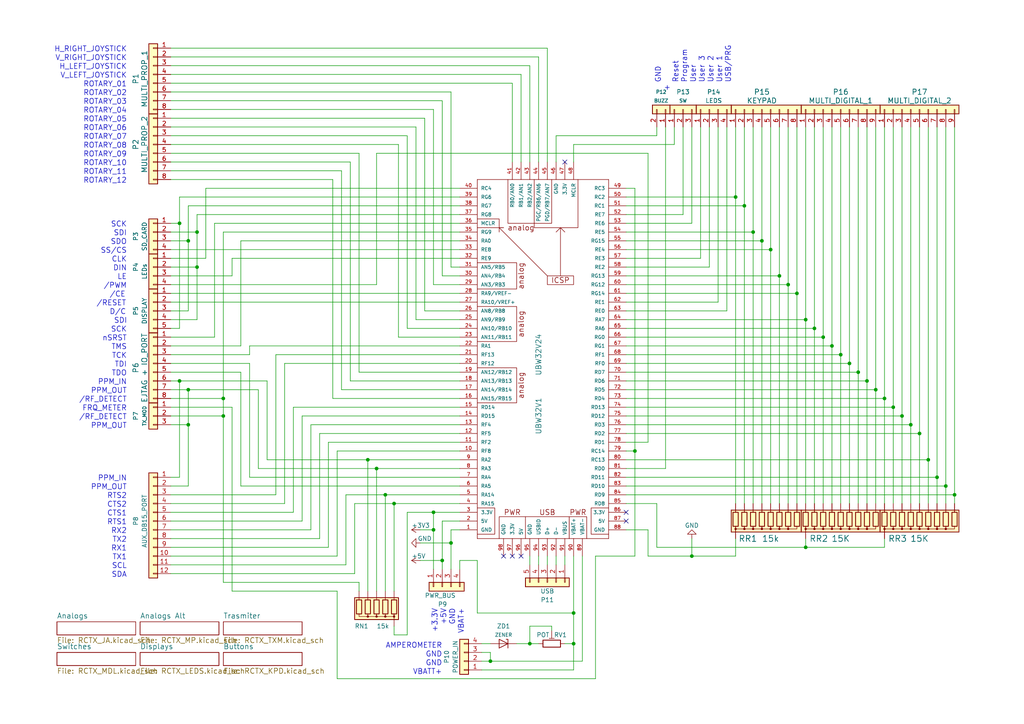
<source format=kicad_sch>
(kicad_sch (version 20230121) (generator eeschema)
  (paper "A4")
  (title_block (title "Remote Control Transmitter") (date "2020-04-15"))
  (lib_symbols
    (symbol "RCTX-rescue:+3.3V-power" (power) (pin_names (offset 0))
      (property "Value" "+3.3V-power" (at 0 3.556 0))
      (symbol "+3.3V-power_1_1"
        (pin power_in line (at 0 0 90) (length 0) hide (name "+3V3") (number "1"))
      )
    )
    (symbol "RCTX-rescue:+5V-power" (power) (pin_names (offset 0))
      (property "Value" "+5V-power" (at 0 3.556 0))
      (symbol "+5V-power_1_1"
        (pin power_in line (at 0 0 90) (length 0) hide (name "+5V") (number "1"))
      )
    )
    (symbol "RCTX-rescue:Conn_01x02-conn" (pin_names (offset 1.016) hide)
      (property "Reference" "J" (at 0 2.54 0))
      (property "Value" "Conn_01x02-conn" (at 0 -5.08 0))
      (symbol "Conn_01x02-conn_1_1"
        (pin passive line (at -5.08 0 0) (length 3.81) (name "Pin_1") (number "1"))
        (pin passive line (at -5.08 -2.54 0) (length 3.81) (name "Pin_2") (number "2"))
      )
    )
    (symbol "RCTX-rescue:Conn_01x03-conn" (pin_names (offset 1.016) hide)
      (property "Reference" "J" (at 0 5.08 0))
      (property "Value" "Conn_01x03-conn" (at 0 -5.08 0))
      (symbol "Conn_01x03-conn_1_1"
        (pin passive line (at -5.08 2.54 0) (length 3.81) (name "Pin_1") (number "1"))
        (pin passive line (at -5.08 0 0) (length 3.81) (name "Pin_2") (number "2"))
        (pin passive line (at -5.08 -2.54 0) (length 3.81) (name "Pin_3") (number "3"))
      )
    )
    (symbol "RCTX-rescue:Conn_01x04-conn" (pin_names (offset 1.016) hide)
      (property "Reference" "J" (at 0 5.08 0))
      (property "Value" "Conn_01x04-conn" (at 0 -7.62 0))
      (symbol "Conn_01x04-conn_1_1"
        (pin passive line (at -5.08 2.54 0) (length 3.81) (name "Pin_1") (number "1"))
        (pin passive line (at -5.08 0 0) (length 3.81) (name "Pin_2") (number "2"))
        (pin passive line (at -5.08 -2.54 0) (length 3.81) (name "Pin_3") (number "3"))
        (pin passive line (at -5.08 -5.08 0) (length 3.81) (name "Pin_4") (number "4"))
      )
    )
    (symbol "RCTX-rescue:Conn_01x05-conn" (pin_names (offset 1.016) hide)
      (property "Reference" "J" (at 0 7.62 0))
      (property "Value" "Conn_01x05-conn" (at 0 -7.62 0))
      (symbol "Conn_01x05-conn_1_1"
        (pin passive line (at -5.08 5.08 0) (length 3.81) (name "Pin_1") (number "1"))
        (pin passive line (at -5.08 2.54 0) (length 3.81) (name "Pin_2") (number "2"))
        (pin passive line (at -5.08 0 0) (length 3.81) (name "Pin_3") (number "3"))
        (pin passive line (at -5.08 -2.54 0) (length 3.81) (name "Pin_4") (number "4"))
        (pin passive line (at -5.08 -5.08 0) (length 3.81) (name "Pin_5") (number "5"))
      )
    )
    (symbol "RCTX-rescue:Conn_01x08-conn" (pin_names (offset 1.016) hide)
      (property "Reference" "J" (at 0 10.16 0))
      (property "Value" "Conn_01x08-conn" (at 0 -12.7 0))
      (symbol "Conn_01x08-conn_1_1"
        (pin passive line (at -5.08 7.62 0) (length 3.81) (name "Pin_1") (number "1"))
        (pin passive line (at -5.08 5.08 0) (length 3.81) (name "Pin_2") (number "2"))
        (pin passive line (at -5.08 2.54 0) (length 3.81) (name "Pin_3") (number "3"))
        (pin passive line (at -5.08 0 0) (length 3.81) (name "Pin_4") (number "4"))
        (pin passive line (at -5.08 -2.54 0) (length 3.81) (name "Pin_5") (number "5"))
        (pin passive line (at -5.08 -5.08 0) (length 3.81) (name "Pin_6") (number "6"))
        (pin passive line (at -5.08 -7.62 0) (length 3.81) (name "Pin_7") (number "7"))
        (pin passive line (at -5.08 -10.16 0) (length 3.81) (name "Pin_8") (number "8"))
      )
    )
    (symbol "RCTX-rescue:Conn_01x09-conn" (pin_names (offset 1.016) hide)
      (property "Reference" "J" (at 0 12.7 0))
      (property "Value" "Conn_01x09-conn" (at 0 -12.7 0))
      (symbol "Conn_01x09-conn_1_1"
        (pin passive line (at -5.08 10.16 0) (length 3.81) (name "Pin_1") (number "1"))
        (pin passive line (at -5.08 7.62 0) (length 3.81) (name "Pin_2") (number "2"))
        (pin passive line (at -5.08 5.08 0) (length 3.81) (name "Pin_3") (number "3"))
        (pin passive line (at -5.08 2.54 0) (length 3.81) (name "Pin_4") (number "4"))
        (pin passive line (at -5.08 0 0) (length 3.81) (name "Pin_5") (number "5"))
        (pin passive line (at -5.08 -2.54 0) (length 3.81) (name "Pin_6") (number "6"))
        (pin passive line (at -5.08 -5.08 0) (length 3.81) (name "Pin_7") (number "7"))
        (pin passive line (at -5.08 -7.62 0) (length 3.81) (name "Pin_8") (number "8"))
        (pin passive line (at -5.08 -10.16 0) (length 3.81) (name "Pin_9") (number "9"))
      )
    )
    (symbol "RCTX-rescue:Conn_01x12-conn" (pin_names (offset 1.016) hide)
      (property "Reference" "J" (at 0 15.24 0))
      (property "Value" "Conn_01x12-conn" (at 0 -17.78 0))
      (symbol "Conn_01x12-conn_1_1"
        (pin passive line (at -5.08 12.7 0) (length 3.81) (name "Pin_1") (number "1"))
        (pin passive line (at -5.08 -10.16 0) (length 3.81) (name "Pin_10") (number "10"))
        (pin passive line (at -5.08 -12.7 0) (length 3.81) (name "Pin_11") (number "11"))
        (pin passive line (at -5.08 -15.24 0) (length 3.81) (name "Pin_12") (number "12"))
        (pin passive line (at -5.08 10.16 0) (length 3.81) (name "Pin_2") (number "2"))
        (pin passive line (at -5.08 7.62 0) (length 3.81) (name "Pin_3") (number "3"))
        (pin passive line (at -5.08 5.08 0) (length 3.81) (name "Pin_4") (number "4"))
        (pin passive line (at -5.08 2.54 0) (length 3.81) (name "Pin_5") (number "5"))
        (pin passive line (at -5.08 0 0) (length 3.81) (name "Pin_6") (number "6"))
        (pin passive line (at -5.08 -2.54 0) (length 3.81) (name "Pin_7") (number "7"))
        (pin passive line (at -5.08 -5.08 0) (length 3.81) (name "Pin_8") (number "8"))
        (pin passive line (at -5.08 -7.62 0) (length 3.81) (name "Pin_9") (number "9"))
      )
    )
    (symbol "RCTX-rescue:D_Zener-device" (pin_numbers hide) (pin_names (offset 1.016) hide)
      (property "Reference" "D" (at 0 2.54 0))
      (property "Value" "D_Zener-device" (at 0 -2.54 0))
      (symbol "D_Zener-device_1_1"
        (pin passive line (at -3.81 0 0) (length 2.54) (name "K") (number "1"))
        (pin passive line (at 3.81 0 180) (length 2.54) (name "A") (number "2"))
      )
    )
    (symbol "RCTX-rescue:GND-power" (power) (pin_names (offset 0))
      (property "Value" "GND-power" (at 0 -3.81 0))
      (symbol "GND-power_1_1"
        (pin power_in line (at 0 0 270) (length 0) hide (name "GND") (number "1"))
      )
    )
    (symbol "RCTX-rescue:POT_TRIM-device" (pin_numbers hide) (pin_names (offset 1.016) hide)
      (property "Reference" "RV" (at -4.445 0 90))
      (property "Value" "POT_TRIM-device" (at -2.54 0 90))
      (symbol "POT_TRIM-device_1_1"
        (pin passive line (at 0 3.81 270) (length 1.27) (name "1") (number "1"))
        (pin passive line (at 3.81 0 180) (length 1.27) (name "2") (number "2"))
        (pin passive line (at 0 -3.81 90) (length 1.27) (name "3") (number "3"))
      )
    )
    (symbol "RCTX-rescue:R_Network05-device" (pin_numbers hide) (pin_names (offset 0) hide)
      (property "Reference" "RN" (at -7.62 0 90))
      (property "Value" "R_Network05-device" (at 7.62 0 90))
      (symbol "R_Network05-device_1_1"
        (pin passive line (at -5.08 5.08 270) (length 2.54) (name "common") (number "1"))
        (pin passive line (at -5.08 -5.08 90) (length 2.54) (name "R1") (number "2"))
        (pin passive line (at -2.54 -5.08 90) (length 2.54) (name "R2") (number "3"))
        (pin passive line (at 0 -5.08 90) (length 2.54) (name "R3") (number "4"))
        (pin passive line (at 2.54 -5.08 90) (length 2.54) (name "R4") (number "5"))
        (pin passive line (at 5.08 -5.08 90) (length 2.54) (name "R5") (number "6"))
      )
    )
    (symbol "RCTX-rescue:R_Network08-device" (pin_numbers hide) (pin_names (offset 0) hide)
      (property "Reference" "RN" (at -12.7 0 90))
      (property "Value" "R_Network08-device" (at 10.16 0 90))
      (symbol "R_Network08-device_1_1"
        (pin passive line (at -10.16 5.08 270) (length 2.54) (name "common") (number "1"))
        (pin passive line (at -10.16 -5.08 90) (length 2.54) (name "R1") (number "2"))
        (pin passive line (at -7.62 -5.08 90) (length 2.54) (name "R2") (number "3"))
        (pin passive line (at -5.08 -5.08 90) (length 2.54) (name "R3") (number "4"))
        (pin passive line (at -2.54 -5.08 90) (length 2.54) (name "R4") (number "5"))
        (pin passive line (at 0 -5.08 90) (length 2.54) (name "R5") (number "6"))
        (pin passive line (at 2.54 -5.08 90) (length 2.54) (name "R6") (number "7"))
        (pin passive line (at 5.08 -5.08 90) (length 2.54) (name "R7") (number "8"))
        (pin passive line (at 7.62 -5.08 90) (length 2.54) (name "R8") (number "9"))
      )
    )
    (symbol "RCTX-rescue:R_Network09-device" (pin_numbers hide) (pin_names (offset 0) hide)
      (property "Reference" "RN" (at -12.7 0 90))
      (property "Value" "R_Network09-device" (at 12.7 0 90))
      (symbol "R_Network09-device_1_1"
        (pin passive line (at -10.16 5.08 270) (length 2.54) (name "common") (number "1"))
        (pin passive line (at 10.16 -5.08 90) (length 2.54) (name "R9") (number "10"))
        (pin passive line (at -10.16 -5.08 90) (length 2.54) (name "R1") (number "2"))
        (pin passive line (at -7.62 -5.08 90) (length 2.54) (name "R2") (number "3"))
        (pin passive line (at -5.08 -5.08 90) (length 2.54) (name "R3") (number "4"))
        (pin passive line (at -2.54 -5.08 90) (length 2.54) (name "R4") (number "5"))
        (pin passive line (at 0 -5.08 90) (length 2.54) (name "R5") (number "6"))
        (pin passive line (at 2.54 -5.08 90) (length 2.54) (name "R6") (number "7"))
        (pin passive line (at 5.08 -5.08 90) (length 2.54) (name "R7") (number "8"))
        (pin passive line (at 7.62 -5.08 90) (length 2.54) (name "R8") (number "9"))
      )
    )
    (symbol "UBW32_v24:UBW32V24" (pin_names (offset 1.016))
      (property "Reference" "IC" (at 0 -17.78 0))
      (property "Value" "UBW32V24" (at 0 0 0))
      (symbol "UBW32V24_0_0"
        (text "analog" (at -5.08 -8.89 900) (effects (font (size 1.524 1.524))))
        (text "analog" (at -5.08 8.89 900) (effects (font (size 1.524 1.524))))
        (text "analog" (at -5.08 22.86 900) (effects (font (size 1.524 1.524))))
        (text "analog" (at -5.08 36.83 0) (effects (font (size 1.524 1.524))))
        (text "ICSP" (at 6.35 21.59 0) (effects (font (size 1.524 1.524))))
        (text "PWR" (at -7.62 -45.72 0) (effects (font (size 1.524 1.524))))
        (text "PWR" (at 11.43 -45.72 0) (effects (font (size 1.524 1.524))))
        (text "USB" (at 2.54 -45.72 0) (effects (font (size 1.524 1.524))))
      )
      (symbol "UBW32V24_1_1"
        (pin power_in line (at -22.86 -50.8 0) (length 5.08) (name "GND") (number "1"))
        (pin bidirectional line (at -22.86 -27.94 0) (length 5.08) (name "RF8") (number "10"))
        (pin bidirectional line (at -22.86 -25.4 0) (length 5.08) (name "RF2") (number "11"))
        (pin bidirectional line (at -22.86 -22.86 0) (length 5.08) (name "RF5") (number "12"))
        (pin bidirectional line (at -22.86 -20.32 0) (length 5.08) (name "RF4") (number "13"))
        (pin bidirectional line (at -22.86 -17.78 0) (length 5.08) (name "RD15") (number "14"))
        (pin bidirectional line (at -22.86 -15.24 0) (length 5.08) (name "RD14") (number "15"))
        (pin bidirectional line (at -22.86 -12.7 0) (length 5.08) (name "AN15/RB15") (number "16"))
        (pin bidirectional line (at -22.86 -10.16 0) (length 5.08) (name "AN14/RB14") (number "17"))
        (pin bidirectional line (at -22.86 -7.62 0) (length 5.08) (name "AN13/RB13") (number "18"))
        (pin bidirectional line (at -22.86 -5.08 0) (length 5.08) (name "AN12/RB12") (number "19"))
        (pin power_in line (at -22.86 -48.26 0) (length 5.08) (name "5V") (number "2"))
        (pin bidirectional line (at -22.86 -2.54 0) (length 5.08) (name "RF12") (number "20"))
        (pin bidirectional line (at -22.86 0 0) (length 5.08) (name "RF13") (number "21"))
        (pin bidirectional line (at -22.86 2.54 0) (length 5.08) (name "RA1") (number "22"))
        (pin bidirectional line (at -22.86 5.08 0) (length 5.08) (name "AN11/RB11") (number "23"))
        (pin bidirectional line (at -22.86 7.62 0) (length 5.08) (name "AN10/RB10") (number "24"))
        (pin bidirectional line (at -22.86 10.16 0) (length 5.08) (name "AN9/RB9") (number "25"))
        (pin bidirectional line (at -22.86 12.7 0) (length 5.08) (name "AN8/RB8") (number "26"))
        (pin bidirectional line (at -22.86 15.24 0) (length 5.08) (name "RA10/VREF+") (number "27"))
        (pin bidirectional line (at -22.86 17.78 0) (length 5.08) (name "RA9/VREF-") (number "28"))
        (pin bidirectional line (at -22.86 20.32 0) (length 5.08) (name "AN3/RB3") (number "29"))
        (pin power_in line (at -22.86 -45.72 0) (length 5.08) (name "3.3V") (number "3"))
        (pin bidirectional line (at -22.86 22.86 0) (length 5.08) (name "AN4/RB4") (number "30"))
        (pin bidirectional line (at -22.86 25.4 0) (length 5.08) (name "AN5/RB5") (number "31"))
        (pin bidirectional line (at -22.86 27.94 0) (length 5.08) (name "RE9") (number "32"))
        (pin bidirectional line (at -22.86 30.48 0) (length 5.08) (name "RE8") (number "33"))
        (pin bidirectional line (at -22.86 33.02 0) (length 5.08) (name "RA0") (number "34"))
        (pin bidirectional line (at -22.86 35.56 0) (length 5.08) (name "RG9") (number "35"))
        (pin power_in line (at -22.86 38.1 0) (length 5.08) (name "MCLR") (number "36"))
        (pin bidirectional line (at -22.86 40.64 0) (length 5.08) (name "RG8") (number "37"))
        (pin bidirectional line (at -22.86 43.18 0) (length 5.08) (name "RG7") (number "38"))
        (pin bidirectional line (at -22.86 45.72 0) (length 5.08) (name "RG6") (number "39"))
        (pin bidirectional line (at -22.86 -43.18 0) (length 5.08) (name "RA15") (number "4"))
        (pin bidirectional line (at -22.86 48.26 0) (length 5.08) (name "RC4") (number "40"))
        (pin bidirectional line (at -7.62 55.88 270) (length 5.08) (name "RB0/AN0") (number "41"))
        (pin bidirectional line (at -5.08 55.88 270) (length 5.08) (name "RB1/AN1") (number "42"))
        (pin bidirectional line (at -2.54 55.88 270) (length 5.08) (name "RB2/AN2") (number "43"))
        (pin bidirectional line (at 0 55.88 270) (length 5.08) (name "PGC/RB6/AN6") (number "44"))
        (pin bidirectional line (at 2.54 55.88 270) (length 5.08) (name "PGD/RB7/AN7") (number "45"))
        (pin power_in line (at 5.08 55.88 270) (length 5.08) (name "GND") (number "46"))
        (pin power_in line (at 7.62 55.88 270) (length 5.08) (name "3.3V") (number "47"))
        (pin power_in line (at 10.16 55.88 270) (length 5.08) (name "MCLR") (number "48"))
        (pin bidirectional line (at 25.4 48.26 180) (length 5.08) (name "RC3") (number "49"))
        (pin bidirectional line (at -22.86 -40.64 0) (length 5.08) (name "RA14") (number "5"))
        (pin bidirectional line (at 25.4 45.72 180) (length 5.08) (name "RC2") (number "50"))
        (pin bidirectional line (at 25.4 43.18 180) (length 5.08) (name "RC1") (number "51"))
        (pin bidirectional line (at 25.4 40.64 180) (length 5.08) (name "RE7") (number "52"))
        (pin bidirectional line (at 25.4 38.1 180) (length 5.08) (name "RE6") (number "53"))
        (pin bidirectional line (at 25.4 35.56 180) (length 5.08) (name "RE5") (number "54"))
        (pin bidirectional line (at 25.4 33.02 180) (length 5.08) (name "RG15") (number "55"))
        (pin bidirectional line (at 25.4 30.48 180) (length 5.08) (name "RE4") (number "56"))
        (pin bidirectional line (at 25.4 27.94 180) (length 5.08) (name "RE3") (number "57"))
        (pin bidirectional line (at 25.4 25.4 180) (length 5.08) (name "RE2") (number "58"))
        (pin bidirectional line (at 25.4 22.86 180) (length 5.08) (name "RG13") (number "59"))
        (pin bidirectional line (at -22.86 -38.1 0) (length 5.08) (name "RA5") (number "6"))
        (pin bidirectional line (at 25.4 20.32 180) (length 5.08) (name "RG12") (number "60"))
        (pin bidirectional line (at 25.4 17.78 180) (length 5.08) (name "RG14") (number "61"))
        (pin bidirectional line (at 25.4 15.24 180) (length 5.08) (name "RE1") (number "62"))
        (pin bidirectional line (at 25.4 12.7 180) (length 5.08) (name "RE0") (number "63"))
        (pin bidirectional line (at 25.4 10.16 180) (length 5.08) (name "RA7") (number "64"))
        (pin bidirectional line (at 25.4 7.62 180) (length 5.08) (name "RA6") (number "65"))
        (pin bidirectional line (at 25.4 5.08 180) (length 5.08) (name "RG0") (number "66"))
        (pin bidirectional line (at 25.4 2.54 180) (length 5.08) (name "RG1") (number "67"))
        (pin bidirectional line (at 25.4 0 180) (length 5.08) (name "RF1") (number "68"))
        (pin bidirectional line (at 25.4 -2.54 180) (length 5.08) (name "RF0") (number "69"))
        (pin bidirectional line (at -22.86 -35.56 0) (length 5.08) (name "RA4") (number "7"))
        (pin bidirectional line (at 25.4 -5.08 180) (length 5.08) (name "RD7") (number "70"))
        (pin bidirectional line (at 25.4 -7.62 180) (length 5.08) (name "RD6") (number "71"))
        (pin bidirectional line (at 25.4 -10.16 180) (length 5.08) (name "RD5") (number "72"))
        (pin bidirectional line (at 25.4 -12.7 180) (length 5.08) (name "RD4") (number "73"))
        (pin bidirectional line (at 25.4 -15.24 180) (length 5.08) (name "RD13") (number "74"))
        (pin bidirectional line (at 25.4 -17.78 180) (length 5.08) (name "RD12") (number "75"))
        (pin bidirectional line (at 25.4 -20.32 180) (length 5.08) (name "RD3") (number "76"))
        (pin bidirectional line (at 25.4 -22.86 180) (length 5.08) (name "RD2") (number "77"))
        (pin bidirectional line (at 25.4 -25.4 180) (length 5.08) (name "RD1") (number "78"))
        (pin bidirectional line (at 25.4 -27.94 180) (length 5.08) (name "RC14") (number "79"))
        (pin bidirectional line (at -22.86 -33.02 0) (length 5.08) (name "RA3") (number "8"))
        (pin bidirectional line (at 25.4 -30.48 180) (length 5.08) (name "RC13") (number "80"))
        (pin bidirectional line (at 25.4 -33.02 180) (length 5.08) (name "RD0") (number "81"))
        (pin bidirectional line (at 25.4 -35.56 180) (length 5.08) (name "RD11") (number "82"))
        (pin bidirectional line (at 25.4 -38.1 180) (length 5.08) (name "RD10") (number "83"))
        (pin bidirectional line (at 25.4 -40.64 180) (length 5.08) (name "RD9") (number "84"))
        (pin bidirectional line (at 25.4 -43.18 180) (length 5.08) (name "RD8") (number "85"))
        (pin power_in line (at 25.4 -45.72 180) (length 5.08) (name "3.3V") (number "86"))
        (pin power_in line (at 25.4 -48.26 180) (length 5.08) (name "5V") (number "87"))
        (pin power_in line (at 25.4 -50.8 180) (length 5.08) (name "GND") (number "88"))
        (pin power_in line (at 12.7 -58.42 90) (length 5.08) (name "VBAT-") (number "89"))
        (pin bidirectional line (at -22.86 -30.48 0) (length 5.08) (name "RA2") (number "9"))
        (pin power_in line (at 10.16 -58.42 90) (length 5.08) (name "VBAT+") (number "90"))
        (pin power_in line (at 7.62 -58.42 90) (length 5.08) (name "VBUS") (number "91"))
        (pin power_in line (at 5.08 -58.42 90) (length 5.08) (name "D-") (number "92"))
        (pin power_in line (at 2.54 -58.42 90) (length 5.08) (name "D+") (number "93"))
        (pin power_in line (at 0 -58.42 90) (length 5.08) (name "USBID") (number "94"))
        (pin power_in line (at -2.54 -58.42 90) (length 5.08) (name "GND") (number "95"))
        (pin bidirectional line (at -5.08 -58.42 90) (length 5.08) (name "5V") (number "96"))
        (pin bidirectional line (at -7.62 -58.42 90) (length 5.08) (name "3.3V") (number "97"))
        (pin bidirectional line (at -10.16 -58.42 90) (length 5.08) (name "GND") (number "98"))
      )
    )
  )
  (junction (at 52.07 110.49))
  (junction (at 64.77 115.57))
  (junction (at 254 113.03))
  (junction (at 52.07 64.77))
  (junction (at 264.16 123.19))
  (junction (at 218.44 67.31))
  (junction (at 57.15 77.47))
  (junction (at 166.37 177.8))
  (junction (at 54.61 69.85))
  (junction (at 128.27 162.56))
  (junction (at 54.61 113.03))
  (junction (at 248.92 107.95))
  (junction (at 125.73 148.59))
  (junction (at 238.76 97.79))
  (junction (at 236.22 95.25))
  (junction (at 54.61 123.19))
  (junction (at 276.86 143.51))
  (junction (at 274.32 140.97))
  (junction (at 215.9 59.69))
  (junction (at 130.81 157.48))
  (junction (at 251.46 110.49))
  (junction (at 184.15 130.81))
  (junction (at 220.98 69.85))
  (junction (at 106.68 133.35))
  (junction (at 213.36 57.15))
  (junction (at 233.68 158.75))
  (junction (at 153.67 186.69))
  (junction (at 259.08 118.11))
  (junction (at 233.68 92.71))
  (junction (at 231.14 85.09))
  (junction (at 228.6 82.55))
  (junction (at 256.54 115.57))
  (junction (at 226.06 80.01))
  (junction (at 166.37 186.69))
  (junction (at 114.3 146.05))
  (junction (at 142.24 191.77))
  (junction (at 57.15 67.31))
  (junction (at 109.22 135.89))
  (junction (at 261.62 120.65))
  (junction (at 200.66 161.29))
  (junction (at 271.78 138.43))
  (junction (at 125.73 153.67))
  (junction (at 246.38 105.41))
  (junction (at 223.52 72.39))
  (junction (at 266.7 125.73))
  (junction (at 243.84 102.87))
  (junction (at 269.24 133.35))
  (junction (at 64.77 120.65))
  (junction (at 241.3 100.33))
  (junction (at 111.76 143.51))
  (no_connect (at 146.05 161.29))
  (no_connect (at 181.61 151.13))
  (no_connect (at 163.83 46.99))
  (no_connect (at 148.59 161.29))
  (no_connect (at 181.61 148.59))
  (no_connect (at 151.13 161.29))
  (wire (pts (xy 269.24 36.83) (xy 269.24 133.35)))
  (wire (pts (xy 125.73 153.67) (xy 125.73 165.1)))
  (wire (pts (xy 102.87 166.37) (xy 102.87 146.05)))
  (wire (pts (xy 231.14 85.09) (xy 231.14 146.05)))
  (wire (pts (xy 172.72 161.29) (xy 172.72 196.85)))
  (wire (pts (xy 215.9 59.69) (xy 215.9 146.05)))
  (wire (pts (xy 166.37 41.91) (xy 166.37 46.99)))
  (wire (pts (xy 256.54 115.57) (xy 256.54 146.05)))
  (wire (pts (xy 266.7 125.73) (xy 266.7 146.05)))
  (wire (pts (xy 181.61 123.19) (xy 264.16 123.19)))
  (wire (pts (xy 95.25 128.27) (xy 133.35 128.27)))
  (wire (pts (xy 153.67 19.05) (xy 153.67 46.99)))
  (wire (pts (xy 49.53 161.29) (xy 97.79 161.29)))
  (wire (pts (xy 181.61 85.09) (xy 231.14 85.09)))
  (wire (pts (xy 49.53 85.09) (xy 133.35 85.09)))
  (wire (pts (xy 115.57 97.79) (xy 133.35 97.79)))
  (wire (pts (xy 49.53 52.07) (xy 96.52 52.07)))
  (wire (pts (xy 69.85 69.85) (xy 133.35 69.85)))
  (wire (pts (xy 181.61 90.17) (xy 210.82 90.17)))
  (wire (pts (xy 114.3 184.15) (xy 118.11 184.15)))
  (wire (pts (xy 87.63 120.65) (xy 133.35 120.65)))
  (wire (pts (xy 64.77 120.65) (xy 64.77 168.91)))
  (wire (pts (xy 195.58 41.91) (xy 195.58 36.83)))
  (wire (pts (xy 220.98 69.85) (xy 220.98 146.05)))
  (wire (pts (xy 181.61 135.89) (xy 193.04 135.89)))
  (wire (pts (xy 187.96 128.27) (xy 187.96 44.45)))
  (wire (pts (xy 49.53 166.37) (xy 102.87 166.37)))
  (wire (pts (xy 190.5 158.75) (xy 233.68 158.75)))
  (wire (pts (xy 148.59 24.13) (xy 148.59 46.99)))
  (wire (pts (xy 109.22 171.45) (xy 109.22 135.89)))
  (wire (pts (xy 271.78 138.43) (xy 271.78 146.05)))
  (wire (pts (xy 233.68 36.83) (xy 233.68 92.71)))
  (wire (pts (xy 96.52 52.07) (xy 96.52 115.57)))
  (wire (pts (xy 80.01 102.87) (xy 133.35 102.87)))
  (wire (pts (xy 99.06 49.53) (xy 99.06 113.03)))
  (wire (pts (xy 49.53 19.05) (xy 153.67 19.05)))
  (wire (pts (xy 264.16 123.19) (xy 264.16 146.05)))
  (wire (pts (xy 104.14 44.45) (xy 104.14 107.95)))
  (wire (pts (xy 133.35 62.23) (xy 57.15 62.23)))
  (wire (pts (xy 133.35 148.59) (xy 125.73 148.59)))
  (wire (pts (xy 99.06 113.03) (xy 133.35 113.03)))
  (wire (pts (xy 49.53 41.91) (xy 115.57 41.91)))
  (wire (pts (xy 181.61 125.73) (xy 266.7 125.73)))
  (wire (pts (xy 153.67 186.69) (xy 149.86 186.69)))
  (wire (pts (xy 114.3 146.05) (xy 133.35 146.05)))
  (wire (pts (xy 248.92 36.83) (xy 248.92 107.95)))
  (wire (pts (xy 181.61 92.71) (xy 233.68 92.71)))
  (wire (pts (xy 109.22 135.89) (xy 133.35 135.89)))
  (wire (pts (xy 243.84 36.83) (xy 243.84 102.87)))
  (wire (pts (xy 74.93 135.89) (xy 109.22 135.89)))
  (wire (pts (xy 181.61 64.77) (xy 200.66 64.77)))
  (wire (pts (xy 49.53 24.13) (xy 148.59 24.13)))
  (wire (pts (xy 49.53 26.67) (xy 130.81 26.67)))
  (wire (pts (xy 223.52 36.83) (xy 223.52 72.39)))
  (wire (pts (xy 67.31 74.93) (xy 133.35 74.93)))
  (wire (pts (xy 158.75 161.29) (xy 158.75 163.83)))
  (wire (pts (xy 246.38 36.83) (xy 246.38 105.41)))
  (wire (pts (xy 213.36 36.83) (xy 213.36 57.15)))
  (wire (pts (xy 102.87 146.05) (xy 114.3 146.05)))
  (wire (pts (xy 254 36.83) (xy 254 113.03)))
  (wire (pts (xy 59.69 74.93) (xy 59.69 54.61)))
  (wire (pts (xy 213.36 161.29) (xy 200.66 161.29)))
  (wire (pts (xy 187.96 161.29) (xy 187.96 153.67)))
  (wire (pts (xy 181.61 118.11) (xy 259.08 118.11)))
  (wire (pts (xy 92.71 125.73) (xy 133.35 125.73)))
  (wire (pts (xy 96.52 115.57) (xy 133.35 115.57)))
  (wire (pts (xy 104.14 168.91) (xy 64.77 168.91)))
  (wire (pts (xy 181.61 113.03) (xy 254 113.03)))
  (wire (pts (xy 49.53 34.29) (xy 123.19 34.29)))
  (wire (pts (xy 85.09 148.59) (xy 85.09 118.11)))
  (wire (pts (xy 130.81 153.67) (xy 130.81 157.48)))
  (wire (pts (xy 203.2 74.93) (xy 203.2 36.83)))
  (wire (pts (xy 49.53 138.43) (xy 52.07 138.43)))
  (wire (pts (xy 49.53 156.21) (xy 92.71 156.21)))
  (wire (pts (xy 49.53 118.11) (xy 67.31 118.11)))
  (wire (pts (xy 213.36 156.21) (xy 213.36 161.29)))
  (wire (pts (xy 59.69 54.61) (xy 133.35 54.61)))
  (wire (pts (xy 49.53 158.75) (xy 95.25 158.75)))
  (wire (pts (xy 49.53 123.19) (xy 54.61 123.19)))
  (wire (pts (xy 128.27 80.01) (xy 128.27 29.21)))
  (wire (pts (xy 181.61 130.81) (xy 184.15 130.81)))
  (wire (pts (xy 248.92 107.95) (xy 248.92 146.05)))
  (wire (pts (xy 261.62 120.65) (xy 261.62 146.05)))
  (wire (pts (xy 133.35 57.15) (xy 52.07 57.15)))
  (wire (pts (xy 187.96 44.45) (xy 109.22 44.45)))
  (wire (pts (xy 228.6 82.55) (xy 228.6 146.05)))
  (wire (pts (xy 69.85 140.97) (xy 133.35 140.97)))
  (wire (pts (xy 133.35 64.77) (xy 62.23 64.77)))
  (wire (pts (xy 67.31 80.01) (xy 67.31 74.93)))
  (wire (pts (xy 238.76 97.79) (xy 238.76 146.05)))
  (wire (pts (xy 274.32 36.83) (xy 274.32 140.97)))
  (wire (pts (xy 133.35 151.13) (xy 128.27 151.13)))
  (wire (pts (xy 49.53 69.85) (xy 54.61 69.85)))
  (wire (pts (xy 52.07 95.25) (xy 49.53 95.25)))
  (wire (pts (xy 49.53 110.49) (xy 52.07 110.49)))
  (wire (pts (xy 181.61 67.31) (xy 218.44 67.31)))
  (wire (pts (xy 49.53 102.87) (xy 72.39 102.87)))
  (wire (pts (xy 106.68 133.35) (xy 133.35 133.35)))
  (wire (pts (xy 118.11 184.15) (xy 118.11 148.59)))
  (wire (pts (xy 49.53 49.53) (xy 99.06 49.53)))
  (wire (pts (xy 64.77 67.31) (xy 133.35 67.31)))
  (wire (pts (xy 233.68 158.75) (xy 233.68 156.21)))
  (wire (pts (xy 49.53 29.21) (xy 128.27 29.21)))
  (wire (pts (xy 118.11 95.25) (xy 133.35 95.25)))
  (wire (pts (xy 64.77 115.57) (xy 64.77 67.31)))
  (wire (pts (xy 142.24 189.23) (xy 142.24 191.77)))
  (wire (pts (xy 133.35 165.1) (xy 133.35 162.56)))
  (wire (pts (xy 181.61 57.15) (xy 213.36 57.15)))
  (wire (pts (xy 156.21 161.29) (xy 156.21 163.83)))
  (wire (pts (xy 264.16 36.83) (xy 264.16 123.19)))
  (wire (pts (xy 259.08 118.11) (xy 259.08 146.05)))
  (wire (pts (xy 200.66 64.77) (xy 200.66 36.83)))
  (wire (pts (xy 49.53 74.93) (xy 59.69 74.93)))
  (wire (pts (xy 161.29 161.29) (xy 161.29 163.83)))
  (wire (pts (xy 100.33 163.83) (xy 100.33 143.51)))
  (wire (pts (xy 130.81 77.47) (xy 133.35 77.47)))
  (wire (pts (xy 190.5 36.83) (xy 190.5 39.37)))
  (wire (pts (xy 49.53 67.31) (xy 57.15 67.31)))
  (wire (pts (xy 92.71 156.21) (xy 92.71 125.73)))
  (wire (pts (xy 77.47 133.35) (xy 106.68 133.35)))
  (wire (pts (xy 120.65 36.83) (xy 120.65 92.71)))
  (wire (pts (xy 114.3 181.61) (xy 114.3 184.15)))
  (wire (pts (xy 256.54 158.75) (xy 256.54 156.21)))
  (wire (pts (xy 52.07 138.43) (xy 52.07 110.49)))
  (wire (pts (xy 166.37 177.8) (xy 166.37 186.69)))
  (wire (pts (xy 200.66 156.21) (xy 200.66 161.29)))
  (wire (pts (xy 172.72 196.85) (xy 97.79 196.85)))
  (wire (pts (xy 54.61 90.17) (xy 49.53 90.17)))
  (wire (pts (xy 133.35 138.43) (xy 72.39 138.43)))
  (wire (pts (xy 49.53 113.03) (xy 54.61 113.03)))
  (wire (pts (xy 205.74 77.47) (xy 205.74 36.83)))
  (wire (pts (xy 163.83 161.29) (xy 163.83 163.83)))
  (wire (pts (xy 49.53 153.67) (xy 90.17 153.67)))
  (wire (pts (xy 100.33 143.51) (xy 111.76 143.51)))
  (wire (pts (xy 54.61 123.19) (xy 54.61 113.03)))
  (wire (pts (xy 49.53 44.45) (xy 104.14 44.45)))
  (wire (pts (xy 181.61 102.87) (xy 243.84 102.87)))
  (wire (pts (xy 181.61 128.27) (xy 187.96 128.27)))
  (wire (pts (xy 49.53 77.47) (xy 57.15 77.47)))
  (wire (pts (xy 181.61 143.51) (xy 276.86 143.51)))
  (wire (pts (xy 49.53 13.97) (xy 158.75 13.97)))
  (wire (pts (xy 62.23 64.77) (xy 62.23 97.79)))
  (wire (pts (xy 139.7 186.69) (xy 142.24 186.69)))
  (wire (pts (xy 190.5 39.37) (xy 161.29 39.37)))
  (wire (pts (xy 52.07 64.77) (xy 52.07 57.15)))
  (wire (pts (xy 215.9 36.83) (xy 215.9 59.69)))
  (wire (pts (xy 138.43 177.8) (xy 166.37 177.8)))
  (wire (pts (xy 246.38 105.41) (xy 246.38 146.05)))
  (wire (pts (xy 181.61 115.57) (xy 256.54 115.57)))
  (wire (pts (xy 82.55 105.41) (xy 133.35 105.41)))
  (wire (pts (xy 80.01 143.51) (xy 80.01 102.87)))
  (wire (pts (xy 121.92 162.56) (xy 128.27 162.56)))
  (wire (pts (xy 160.02 181.61) (xy 160.02 182.88)))
  (wire (pts (xy 181.61 59.69) (xy 215.9 59.69)))
  (wire (pts (xy 114.3 171.45) (xy 114.3 146.05)))
  (wire (pts (xy 181.61 54.61) (xy 184.15 54.61)))
  (wire (pts (xy 274.32 140.97) (xy 274.32 146.05)))
  (wire (pts (xy 168.91 161.29) (xy 168.91 191.77)))
  (wire (pts (xy 256.54 36.83) (xy 256.54 115.57)))
  (wire (pts (xy 226.06 36.83) (xy 226.06 80.01)))
  (wire (pts (xy 57.15 62.23) (xy 57.15 67.31)))
  (wire (pts (xy 128.27 151.13) (xy 128.27 162.56)))
  (wire (pts (xy 184.15 161.29) (xy 172.72 161.29)))
  (wire (pts (xy 166.37 161.29) (xy 166.37 177.8)))
  (wire (pts (xy 139.7 194.31) (xy 166.37 194.31)))
  (wire (pts (xy 226.06 80.01) (xy 226.06 146.05)))
  (wire (pts (xy 181.61 87.63) (xy 208.28 87.63)))
  (wire (pts (xy 181.61 105.41) (xy 246.38 105.41)))
  (wire (pts (xy 210.82 90.17) (xy 210.82 36.83)))
  (wire (pts (xy 123.19 34.29) (xy 123.19 90.17)))
  (wire (pts (xy 69.85 107.95) (xy 69.85 140.97)))
  (wire (pts (xy 49.53 80.01) (xy 67.31 80.01)))
  (wire (pts (xy 133.35 162.56) (xy 138.43 162.56)))
  (wire (pts (xy 85.09 118.11) (xy 133.35 118.11)))
  (wire (pts (xy 82.55 146.05) (xy 82.55 105.41)))
  (wire (pts (xy 228.6 36.83) (xy 228.6 82.55)))
  (wire (pts (xy 97.79 130.81) (xy 133.35 130.81)))
  (wire (pts (xy 269.24 133.35) (xy 269.24 146.05)))
  (wire (pts (xy 153.67 181.61) (xy 160.02 181.61)))
  (wire (pts (xy 49.53 148.59) (xy 85.09 148.59)))
  (wire (pts (xy 57.15 77.47) (xy 57.15 92.71)))
  (wire (pts (xy 233.68 158.75) (xy 256.54 158.75)))
  (wire (pts (xy 128.27 162.56) (xy 128.27 165.1)))
  (wire (pts (xy 139.7 189.23) (xy 142.24 189.23)))
  (wire (pts (xy 156.21 186.69) (xy 153.67 186.69)))
  (wire (pts (xy 241.3 100.33) (xy 241.3 146.05)))
  (wire (pts (xy 67.31 171.45) (xy 67.31 118.11)))
  (wire (pts (xy 236.22 95.25) (xy 236.22 146.05)))
  (wire (pts (xy 54.61 59.69) (xy 133.35 59.69)))
  (wire (pts (xy 236.22 36.83) (xy 236.22 95.25)))
  (wire (pts (xy 77.47 133.35) (xy 77.47 110.49)))
  (wire (pts (xy 181.61 82.55) (xy 228.6 82.55)))
  (wire (pts (xy 125.73 31.75) (xy 125.73 82.55)))
  (wire (pts (xy 57.15 67.31) (xy 57.15 77.47)))
  (wire (pts (xy 54.61 113.03) (xy 74.93 113.03)))
  (wire (pts (xy 49.53 87.63) (xy 133.35 87.63)))
  (wire (pts (xy 251.46 110.49) (xy 251.46 146.05)))
  (wire (pts (xy 243.84 102.87) (xy 243.84 146.05)))
  (wire (pts (xy 125.73 148.59) (xy 125.73 153.67)))
  (wire (pts (xy 166.37 41.91) (xy 195.58 41.91)))
  (wire (pts (xy 64.77 115.57) (xy 64.77 120.65)))
  (wire (pts (xy 254 113.03) (xy 254 146.05)))
  (wire (pts (xy 190.5 146.05) (xy 190.5 158.75)))
  (wire (pts (xy 90.17 153.67) (xy 90.17 123.19)))
  (wire (pts (xy 49.53 100.33) (xy 69.85 100.33)))
  (wire (pts (xy 52.07 64.77) (xy 52.07 95.25)))
  (wire (pts (xy 218.44 67.31) (xy 218.44 146.05)))
  (wire (pts (xy 233.68 92.71) (xy 233.68 146.05)))
  (wire (pts (xy 118.11 39.37) (xy 118.11 95.25)))
  (wire (pts (xy 163.83 186.69) (xy 166.37 186.69)))
  (wire (pts (xy 49.53 64.77) (xy 52.07 64.77)))
  (wire (pts (xy 121.92 157.48) (xy 130.81 157.48)))
  (wire (pts (xy 181.61 80.01) (xy 226.06 80.01)))
  (wire (pts (xy 181.61 138.43) (xy 271.78 138.43)))
  (wire (pts (xy 218.44 36.83) (xy 218.44 67.31)))
  (wire (pts (xy 184.15 130.81) (xy 184.15 161.29)))
  (wire (pts (xy 49.53 163.83) (xy 100.33 163.83)))
  (wire (pts (xy 109.22 44.45) (xy 109.22 82.55)))
  (wire (pts (xy 72.39 138.43) (xy 72.39 105.41)))
  (wire (pts (xy 115.57 41.91) (xy 115.57 97.79)))
  (wire (pts (xy 49.53 36.83) (xy 120.65 36.83)))
  (wire (pts (xy 72.39 100.33) (xy 133.35 100.33)))
  (wire (pts (xy 49.53 120.65) (xy 64.77 120.65)))
  (wire (pts (xy 49.53 21.59) (xy 151.13 21.59)))
  (wire (pts (xy 156.21 16.51) (xy 156.21 46.99)))
  (wire (pts (xy 181.61 77.47) (xy 205.74 77.47)))
  (wire (pts (xy 266.7 36.83) (xy 266.7 125.73)))
  (wire (pts (xy 181.61 110.49) (xy 251.46 110.49)))
  (wire (pts (xy 106.68 171.45) (xy 106.68 133.35)))
  (wire (pts (xy 200.66 161.29) (xy 187.96 161.29)))
  (wire (pts (xy 123.19 90.17) (xy 133.35 90.17)))
  (wire (pts (xy 181.61 133.35) (xy 269.24 133.35)))
  (wire (pts (xy 241.3 36.83) (xy 241.3 100.33)))
  (wire (pts (xy 49.53 16.51) (xy 156.21 16.51)))
  (wire (pts (xy 181.61 62.23) (xy 198.12 62.23)))
  (wire (pts (xy 181.61 100.33) (xy 241.3 100.33)))
  (wire (pts (xy 62.23 97.79) (xy 49.53 97.79)))
  (wire (pts (xy 231.14 36.83) (xy 231.14 85.09)))
  (wire (pts (xy 251.46 36.83) (xy 251.46 110.49)))
  (wire (pts (xy 49.53 92.71) (xy 57.15 92.71)))
  (wire (pts (xy 193.04 36.83) (xy 193.04 135.89)))
  (wire (pts (xy 49.53 151.13) (xy 87.63 151.13)))
  (wire (pts (xy 125.73 82.55) (xy 133.35 82.55)))
  (wire (pts (xy 181.61 72.39) (xy 223.52 72.39)))
  (wire (pts (xy 187.96 153.67) (xy 181.61 153.67)))
  (wire (pts (xy 109.22 82.55) (xy 49.53 82.55)))
  (wire (pts (xy 97.79 161.29) (xy 97.79 130.81)))
  (wire (pts (xy 104.14 171.45) (xy 104.14 168.91)))
  (wire (pts (xy 168.91 191.77) (xy 142.24 191.77)))
  (wire (pts (xy 87.63 151.13) (xy 87.63 120.65)))
  (wire (pts (xy 213.36 57.15) (xy 213.36 146.05)))
  (wire (pts (xy 90.17 123.19) (xy 133.35 123.19)))
  (wire (pts (xy 181.61 74.93) (xy 203.2 74.93)))
  (wire (pts (xy 166.37 194.31) (xy 166.37 186.69)))
  (wire (pts (xy 276.86 36.83) (xy 276.86 143.51)))
  (wire (pts (xy 130.81 157.48) (xy 130.81 165.1)))
  (wire (pts (xy 133.35 153.67) (xy 130.81 153.67)))
  (wire (pts (xy 261.62 36.83) (xy 261.62 120.65)))
  (wire (pts (xy 52.07 110.49) (xy 77.47 110.49)))
  (wire (pts (xy 72.39 102.87) (xy 72.39 100.33)))
  (wire (pts (xy 259.08 36.83) (xy 259.08 118.11)))
  (wire (pts (xy 181.61 120.65) (xy 261.62 120.65)))
  (wire (pts (xy 181.61 95.25) (xy 236.22 95.25)))
  (wire (pts (xy 74.93 135.89) (xy 74.93 113.03)))
  (wire (pts (xy 184.15 130.81) (xy 184.15 54.61)))
  (wire (pts (xy 49.53 39.37) (xy 118.11 39.37)))
  (wire (pts (xy 54.61 69.85) (xy 54.61 90.17)))
  (wire (pts (xy 220.98 36.83) (xy 220.98 69.85)))
  (wire (pts (xy 153.67 186.69) (xy 153.67 181.61)))
  (wire (pts (xy 271.78 36.83) (xy 271.78 138.43)))
  (wire (pts (xy 49.53 146.05) (xy 82.55 146.05)))
  (wire (pts (xy 49.53 107.95) (xy 69.85 107.95)))
  (wire (pts (xy 49.53 143.51) (xy 80.01 143.51)))
  (wire (pts (xy 138.43 162.56) (xy 138.43 177.8)))
  (wire (pts (xy 54.61 140.97) (xy 54.61 123.19)))
  (wire (pts (xy 121.92 153.67) (xy 125.73 153.67)))
  (wire (pts (xy 130.81 26.67) (xy 130.81 77.47)))
  (wire (pts (xy 95.25 158.75) (xy 95.25 128.27)))
  (wire (pts (xy 101.6 110.49) (xy 133.35 110.49)))
  (wire (pts (xy 223.52 72.39) (xy 223.52 146.05)))
  (wire (pts (xy 97.79 196.85) (xy 97.79 171.45)))
  (wire (pts (xy 181.61 140.97) (xy 274.32 140.97)))
  (wire (pts (xy 101.6 46.99) (xy 101.6 110.49)))
  (wire (pts (xy 153.67 161.29) (xy 153.67 163.83)))
  (wire (pts (xy 49.53 72.39) (xy 133.35 72.39)))
  (wire (pts (xy 158.75 13.97) (xy 158.75 46.99)))
  (wire (pts (xy 54.61 59.69) (xy 54.61 69.85)))
  (wire (pts (xy 151.13 21.59) (xy 151.13 46.99)))
  (wire (pts (xy 181.61 107.95) (xy 248.92 107.95)))
  (wire (pts (xy 111.76 171.45) (xy 111.76 143.51)))
  (wire (pts (xy 181.61 69.85) (xy 220.98 69.85)))
  (wire (pts (xy 120.65 92.71) (xy 133.35 92.71)))
  (wire (pts (xy 198.12 62.23) (xy 198.12 36.83)))
  (wire (pts (xy 49.53 46.99) (xy 101.6 46.99)))
  (wire (pts (xy 104.14 107.95) (xy 133.35 107.95)))
  (wire (pts (xy 111.76 143.51) (xy 133.35 143.51)))
  (wire (pts (xy 238.76 36.83) (xy 238.76 97.79)))
  (wire (pts (xy 69.85 100.33) (xy 69.85 69.85)))
  (wire (pts (xy 49.53 115.57) (xy 64.77 115.57)))
  (wire (pts (xy 161.29 39.37) (xy 161.29 46.99)))
  (wire (pts (xy 208.28 87.63) (xy 208.28 36.83)))
  (wire (pts (xy 181.61 97.79) (xy 238.76 97.79)))
  (wire (pts (xy 72.39 105.41) (xy 49.53 105.41)))
  (wire (pts (xy 142.24 191.77) (xy 139.7 191.77)))
  (wire (pts (xy 181.61 146.05) (xy 190.5 146.05)))
  (wire (pts (xy 97.79 171.45) (xy 67.31 171.45)))
  (wire (pts (xy 276.86 143.51) (xy 276.86 146.05)))
  (wire (pts (xy 49.53 31.75) (xy 125.73 31.75)))
  (wire (pts (xy 118.11 148.59) (xy 125.73 148.59)))
  (wire (pts (xy 133.35 80.01) (xy 128.27 80.01)))
  (wire (pts (xy 49.53 140.97) (xy 54.61 140.97)))
  (text "SCK" (at 36.83 66.04 0) (effects (font (size 1.524 1.524)) (justify right bottom)))
  (text "GND" (at 132.08 176.53 90) (effects (font (size 1.524 1.524)) (justify right bottom)))
  (text "GND" (at 128.27 190.754 0) (effects (font (size 1.524 1.524)) (justify right bottom)))
  (text "SCL" (at 36.83 165.1 0) (effects (font (size 1.524 1.524)) (justify right bottom)))
  (text "V_RIGHT_JOYSTICK" (at 36.83 17.78 0) (effects (font (size 1.524 1.524)) (justify right bottom)))
  (text "USB/PRG" (at 212.09 24.13 90) (effects (font (size 1.524 1.524)) (justify left bottom)))
  (text "/CE" (at 31.75 86.36 0) (effects (font (size 1.524 1.524)) (justify left bottom)))
  (text "LE" (at 36.83 81.28 0) (effects (font (size 1.524 1.524)) (justify right bottom)))
  (text "+3.3V" (at 127 176.53 90) (effects (font (size 1.524 1.524)) (justify right bottom)))
  (text "User 1" (at 209.55 24.13 90) (effects (font (size 1.524 1.524)) (justify left bottom)))
  (text "/PWM" (at 36.83 83.82 0) (effects (font (size 1.524 1.524)) (justify right bottom)))
  (text "SDI" (at 33.02 93.98 0) (effects (font (size 1.524 1.524)) (justify left bottom)))
  (text "/RESET" (at 27.94 88.9 0) (effects (font (size 1.524 1.524)) (justify left bottom)))
  (text "SDI" (at 36.83 68.58 0) (effects (font (size 1.524 1.524)) (justify right bottom)))
  (text "RX1" (at 36.83 160.02 0) (effects (font (size 1.524 1.524)) (justify right bottom)))
  (text "User 3" (at 204.47 24.13 90) (effects (font (size 1.524 1.524)) (justify left bottom)))
  (text "PPM_OUT" (at 36.83 142.24 0) (effects (font (size 1.524 1.524)) (justify right bottom)))
  (text "ROTARY_02" (at 36.83 27.94 0) (effects (font (size 1.524 1.524)) (justify right bottom)))
  (text "FRQ_METER" (at 36.83 119.38 0) (effects (font (size 1.524 1.524)) (justify right bottom)))
  (text "PPM_OUT" (at 36.83 124.46 0) (effects (font (size 1.524 1.524)) (justify right bottom)))
  (text "RTS2" (at 36.83 144.78 0) (effects (font (size 1.524 1.524)) (justify right bottom)))
  (text "ROTARY_01" (at 36.83 25.4 0) (effects (font (size 1.524 1.524)) (justify right bottom)))
  (text "SDA" (at 36.83 167.64 0) (effects (font (size 1.524 1.524)) (justify right bottom)))
  (text "PPM_OUT" (at 36.83 114.3 0) (effects (font (size 1.524 1.524)) (justify right bottom)))
  (text "RTS1" (at 36.83 152.4 0) (effects (font (size 1.524 1.524)) (justify right bottom)))
  (text "H_RIGHT_JOYSTICK" (at 36.83 15.24 0) (effects (font (size 1.524 1.524)) (justify right bottom)))
  (text "User 2" (at 207.01 24.13 90) (effects (font (size 1.524 1.524)) (justify left bottom)))
  (text "ROTARY_04" (at 36.83 33.02 0) (effects (font (size 1.524 1.524)) (justify right bottom)))
  (text "ROTARY_07" (at 36.83 40.64 0) (effects (font (size 1.524 1.524)) (justify right bottom)))
  (text "ROTARY_03" (at 36.83 30.48 0) (effects (font (size 1.524 1.524)) (justify right bottom)))
  (text "TX2" (at 36.83 157.48 0) (effects (font (size 1.524 1.524)) (justify right bottom)))
  (text "ROTARY_12" (at 36.83 53.34 0) (effects (font (size 1.524 1.524)) (justify right bottom)))
  (text "VBATT+" (at 128.27 195.834 0) (effects (font (size 1.524 1.524)) (justify right bottom)))
  (text "nSRST" (at 36.83 99.06 0) (effects (font (size 1.524 1.524)) (justify right bottom)))
  (text "CTS1" (at 36.83 149.86 0) (effects (font (size 1.524 1.524)) (justify right bottom)))
  (text "ROTARY_09" (at 36.83 45.72 0) (effects (font (size 1.524 1.524)) (justify right bottom)))
  (text "DIN" (at 36.83 78.74 0) (effects (font (size 1.524 1.524)) (justify right bottom)))
  (text "GND" (at 128.27 193.294 0) (effects (font (size 1.524 1.524)) (justify right bottom)))
  (text "CTS2" (at 36.83 147.32 0) (effects (font (size 1.524 1.524)) (justify right bottom)))
  (text "+" (at 194.31 26.67 90) (effects (font (size 1.524 1.524)) (justify left bottom)))
  (text "CLK" (at 36.83 76.2 0) (effects (font (size 1.524 1.524)) (justify right bottom)))
  (text "TMS" (at 36.83 101.6 0) (effects (font (size 1.524 1.524)) (justify right bottom)))
  (text "TCK" (at 36.83 104.14 0) (effects (font (size 1.524 1.524)) (justify right bottom)))
  (text "TDI" (at 36.83 106.68 0) (effects (font (size 1.524 1.524)) (justify right bottom)))
  (text "ROTARY_05" (at 36.83 35.56 0) (effects (font (size 1.524 1.524)) (justify right bottom)))
  (text "SS/CS" (at 36.83 73.66 0) (effects (font (size 1.524 1.524)) (justify right bottom)))
  (text "/RF_DETECT" (at 36.83 116.84 0) (effects (font (size 1.524 1.524)) (justify right bottom)))
  (text "TDO" (at 36.83 109.22 0) (effects (font (size 1.524 1.524)) (justify right bottom)))
  (text "/RF_DETECT" (at 36.83 121.92 0) (effects (font (size 1.524 1.524)) (justify right bottom)))
  (text "VBAT+" (at 134.62 176.53 90) (effects (font (size 1.524 1.524)) (justify right bottom)))
  (text "D/C" (at 31.75 91.44 0) (effects (font (size 1.524 1.524)) (justify left bottom)))
  (text "H_LEFT_JOYSTICK" (at 36.83 20.32 0) (effects (font (size 1.524 1.524)) (justify right bottom)))
  (text "SCK" (at 36.83 96.52 0) (effects (font (size 1.524 1.524)) (justify right bottom)))
  (text "TX1" (at 36.83 162.56 0) (effects (font (size 1.524 1.524)) (justify right bottom)))
  (text "Reset" (at 196.85 24.13 90) (effects (font (size 1.524 1.524)) (justify left bottom)))
  (text "GND" (at 191.77 24.13 90) (effects (font (size 1.524 1.524)) (justify left bottom)))
  (text "SDO" (at 36.83 71.12 0) (effects (font (size 1.524 1.524)) (justify right bottom)))
  (text "AMPEROMETER" (at 128.27 188.214 0) (effects (font (size 1.524 1.524)) (justify right bottom)))
  (text "V_LEFT_JOYSTICK" (at 36.83 22.86 0) (effects (font (size 1.524 1.524)) (justify right bottom)))
  (text "PPM_IN" (at 36.83 111.76 0) (effects (font (size 1.524 1.524)) (justify right bottom)))
  (text "User" (at 201.93 24.13 90) (effects (font (size 1.524 1.524)) (justify left bottom)))
  (text "RX2" (at 36.83 154.94 0) (effects (font (size 1.524 1.524)) (justify right bottom)))
  (text "Program" (at 199.39 24.13 90) (effects (font (size 1.524 1.524)) (justify left bottom)))
  (text "ROTARY_06" (at 36.83 38.1 0) (effects (font (size 1.524 1.524)) (justify right bottom)))
  (text "+5V" (at 129.54 176.53 90) (effects (font (size 1.524 1.524)) (justify right bottom)))
  (text "ROTARY_10" (at 36.83 48.26 0) (effects (font (size 1.524 1.524)) (justify right bottom)))
  (text "PPM_IN" (at 36.83 139.7 0) (effects (font (size 1.524 1.524)) (justify right bottom)))
  (text "ROTARY_08" (at 36.83 43.18 0) (effects (font (size 1.524 1.524)) (justify right bottom)))
  (text "ROTARY_11" (at 36.83 50.8 0) (effects (font (size 1.524 1.524)) (justify right bottom)))
  (symbol (lib_id "UBW32_v24:UBW32V24") (at 156.21 102.87 0) (unit 1)
    (property "Reference" "UBW32V1" (at 156.21 120.65 90) (effects (font (size 1.524 1.524))))
    (property "Value" "UBW32V24" (at 156.21 102.87 90) (effects (font (size 1.524 1.524))))
    (property "Footprint" "UBW32_v24:UBW32_V24" (effects hide))
    (property "Type" "Female Connector" (effects hide))
    (property "Size A" "40x1" (effects hide))
    (property "Size B" "40x1" (effects hide))
    (property "Size C" "8x1" (effects hide))
    (property "Size USB" "5x1" (effects hide))
    (property "Size Battery" "2x1" (effects hide))
    (property "Size Power" "3x1" (effects hide))
  )
  (symbol (lib_id "RCTX-rescue:POT_TRIM-device") (at 160.02 186.69 270) (mirror x) (unit 1)
    (property "Reference" "RV1" (at 162.56 184.15 90))
    (property "Value" "POT" (at 157.48 184.15 90))
    (property "Footprint" "Potentiometers:Potentiometer_Trimmer_ACP_CA6v_Horizontal" (effects hide))
  )
  (symbol (lib_id "RCTX-rescue:D_Zener-device") (at 146.05 186.69 0) (mirror y) (unit 1)
    (property "Reference" "ZD1" (at 146.05 181.61 0))
    (property "Value" "ZENER" (at 146.05 184.15 0) (effects (font (size 1.016 1.016))))
    (property "Footprint" "Diodes_THT:D_5W_P5.08mm_Vertical_KathodeUp" (effects hide))
  )
  (symbol (lib_id "RCTX-rescue:Conn_01x04-conn") (at 134.62 191.77 180) (unit 1)
    (property "Reference" "P10" (at 129.54 190.5 90))
    (property "Value" "POWER_IN" (at 132.08 190.5 90))
    (property "Footprint" "Connectors_Samtec:SL-104-X-XX_1x04" (effects hide))
  )
  (symbol (lib_id "RCTX-rescue:Conn_01x05-conn") (at 158.75 168.91 270) (unit 1)
    (property "Reference" "P11" (at 158.75 173.99 90))
    (property "Value" "USB" (at 158.75 171.45 90))
    (property "Footprint" "Connectors_Samtec:SL-105-X-XX_1x05" (effects hide))
  )
  (symbol (lib_id "RCTX-rescue:Conn_01x02-conn") (at 193.04 31.75 270) (mirror x) (unit 1)
    (property "Reference" "P12" (at 191.77 26.67 90) (effects (font (size 1.016 1.016))))
    (property "Value" "BUZZ" (at 191.77 29.21 90) (effects (font (size 1.016 1.016))))
    (property "Footprint" "Connectors_Samtec:SL-102-X-XX_1x02" (effects hide))
  )
  (symbol (lib_id "RCTX-rescue:Conn_01x08-conn") (at 220.98 31.75 90) (unit 1)
    (property "Reference" "P15" (at 220.98 26.67 90) (effects (font (size 1.524 1.524))))
    (property "Value" "KEYPAD" (at 220.98 29.21 90) (effects (font (size 1.524 1.524))))
    (property "Footprint" "Connectors_Samtec:SL-108-X-XX_1x08" (effects hide))
  )
  (symbol (lib_id "RCTX-rescue:Conn_01x04-conn") (at 205.74 31.75 90) (unit 1)
    (property "Reference" "P14" (at 207.01 26.67 90))
    (property "Value" "LEDS" (at 207.01 29.21 90))
    (property "Footprint" "Connectors_Samtec:SL-104-X-XX_1x04" (effects hide))
  )
  (symbol (lib_id "RCTX-rescue:Conn_01x03-conn") (at 198.12 31.75 90) (unit 1)
    (property "Reference" "P13" (at 198.12 26.67 90))
    (property "Value" "SW" (at 198.12 29.21 90) (effects (font (size 1.016 1.016))))
    (property "Footprint" "Connectors_Samtec:SL-103-X-XX_1x03" (effects hide))
  )
  (symbol (lib_id "RCTX-rescue:Conn_01x08-conn") (at 44.45 41.91 0) (mirror y) (unit 1)
    (property "Reference" "P2" (at 39.37 41.91 90) (effects (font (size 1.524 1.524))))
    (property "Value" "MULTI_PROP_2" (at 41.91 41.91 90) (effects (font (size 1.524 1.524))))
    (property "Footprint" "Connectors_Samtec:SL-108-X-XX_1x08" (effects hide))
  )
  (symbol (lib_id "RCTX-rescue:Conn_01x08-conn") (at 44.45 105.41 0) (mirror y) (unit 1)
    (property "Reference" "P6" (at 39.37 106.68 90) (effects (font (size 1.524 1.524))))
    (property "Value" "EJTAG + IO_PORT" (at 41.91 106.68 90) (effects (font (size 1.524 1.524))))
    (property "Footprint" "Connectors_Samtec:SL-108-X-XX_1x08" (effects hide))
  )
  (symbol (lib_id "RCTX-rescue:Conn_01x04-conn") (at 44.45 67.31 0) (mirror y) (unit 1)
    (property "Reference" "P3" (at 39.37 68.58 90))
    (property "Value" "SD_CARD" (at 41.91 68.58 90))
    (property "Footprint" "Connectors_Samtec:SL-104-X-XX_1x04" (effects hide))
  )
  (symbol (lib_id "RCTX-rescue:Conn_01x08-conn") (at 44.45 21.59 0) (mirror y) (unit 1)
    (property "Reference" "P1" (at 39.37 22.86 90) (effects (font (size 1.524 1.524))))
    (property "Value" "MULTI_PROP_1" (at 41.91 22.86 90) (effects (font (size 1.524 1.524))))
    (property "Footprint" "Connectors_Samtec:SL-108-X-XX_1x08" (effects hide))
  )
  (symbol (lib_id "RCTX-rescue:R_Network09-device") (at 266.7 151.13 0) (mirror x) (unit 1)
    (property "Reference" "RR3" (at 260.35 156.21 0) (effects (font (size 1.778 1.778))))
    (property "Value" "15K" (at 266.7 156.21 0) (effects (font (size 1.778 1.778))))
    (property "Footprint" "Resistors_THT:R_Array_SIP10" (effects hide))
  )
  (symbol (lib_id "RCTX-rescue:R_Network09-device") (at 243.84 151.13 0) (mirror x) (unit 1)
    (property "Reference" "RR2" (at 237.49 156.21 0) (effects (font (size 1.778 1.778))))
    (property "Value" "15K" (at 243.84 156.21 0) (effects (font (size 1.778 1.778))))
    (property "Footprint" "Resistors_THT:R_Array_SIP10" (effects hide))
  )
  (symbol (lib_id "RCTX-rescue:Conn_01x09-conn") (at 243.84 31.75 90) (unit 1)
    (property "Reference" "P16" (at 243.84 26.67 90) (effects (font (size 1.524 1.524))))
    (property "Value" "MULTI_DIGITAL_1" (at 243.84 29.21 90) (effects (font (size 1.524 1.524))))
    (property "Footprint" "Connectors_Samtec:SL-109-X-XX_1x09" (effects hide))
  )
  (symbol (lib_id "RCTX-rescue:Conn_01x09-conn") (at 266.7 31.75 90) (unit 1)
    (property "Reference" "P17" (at 266.7 26.67 90) (effects (font (size 1.524 1.524))))
    (property "Value" "MULTI_DIGITAL_2" (at 266.7 29.21 90) (effects (font (size 1.524 1.524))))
    (property "Footprint" "Connectors_Samtec:SL-109-X-XX_1x09" (effects hide))
  )
  (symbol (lib_id "RCTX-rescue:Conn_01x03-conn") (at 44.45 120.65 0) (mirror y) (unit 1)
    (property "Reference" "P7" (at 39.37 120.65 90))
    (property "Value" "TX_MOD" (at 41.91 120.65 90) (effects (font (size 1.016 1.016))))
    (property "Footprint" "Connectors_Samtec:SL-103-X-XX_1x03" (effects hide))
  )
  (symbol (lib_id "RCTX-rescue:Conn_01x04-conn") (at 128.27 170.18 90) (mirror x) (unit 1)
    (property "Reference" "P9" (at 127 175.26 90) (effects (justify right)))
    (property "Value" "PWR_BUS" (at 123.19 172.72 90) (effects (justify right)))
    (property "Footprint" "Connectors_Samtec:SL-104-X-XX_1x04" (effects hide))
  )
  (symbol (lib_id "RCTX-rescue:Conn_01x04-conn") (at 44.45 77.47 0) (mirror y) (unit 1)
    (property "Reference" "P4" (at 39.37 77.47 90))
    (property "Value" "LEDs" (at 41.91 78.74 90))
    (property "Footprint" "Connectors_Samtec:SL-104-X-XX_1x04" (effects hide))
  )
  (symbol (lib_id "RCTX-rescue:Conn_01x05-conn") (at 44.45 90.17 0) (mirror y) (unit 1)
    (property "Reference" "P5" (at 39.37 90.17 90))
    (property "Value" "DISPLAY" (at 41.91 90.17 90))
    (property "Footprint" "Connectors_Samtec:SL-106-X-XX_1x06" (effects hide))
  )
  (symbol (lib_id "RCTX-rescue:Conn_01x12-conn") (at 44.45 151.13 0) (mirror y) (unit 1)
    (property "Reference" "P8" (at 39.37 151.13 90))
    (property "Value" "AUX_DB15_PORT" (at 41.91 151.13 90))
    (property "Footprint" "Connectors_Samtec:SL-112-X-XX_1x12" (effects hide))
  )
  (symbol (lib_id "RCTX-rescue:R_Network05-device") (at 109.22 176.53 180) (unit 1)
    (property "Reference" "RN1" (at 102.87 181.61 0) (effects (justify right)))
    (property "Value" "15k" (at 109.22 181.61 0) (effects (justify right)))
    (property "Footprint" "Resistors_THT:R_Array_SIP6" (effects hide))
    (property "Datasheet" "http://www.vishay.com/docs/31509/csc.pdf" (effects hide))
  )
  (symbol (lib_id "RCTX-rescue:R_Network08-device") (at 223.52 151.13 0) (mirror x) (unit 1)
    (property "Reference" "RR1" (at 219.71 156.21 0) (effects (font (size 1.778 1.778)) (justify right)))
    (property "Value" "15k" (at 226.06 156.21 0) (effects (font (size 1.778 1.778)) (justify right)))
    (property "Footprint" "Resistors_THT:R_Array_SIP9" (effects hide))
    (property "Datasheet" "http://www.vishay.com/docs/31509/csc.pdf" (effects hide))
  )
  (symbol (lib_id "RCTX-rescue:GND-power") (at 200.66 156.21 180) (unit 1)
    (property "Reference" "#PWR?" (effects hide))
    (property "Value" "GND" (at 200.66 152.4 0))
  )
  (symbol (lib_id "RCTX-rescue:GND-power") (at 121.92 157.48 270) (unit 1)
    (property "Reference" "#PWR02" (effects hide))
    (property "Value" "GND" (at 123.19 156.21 90))
  )
  (symbol (lib_id "RCTX-rescue:+3.3V-power") (at 121.92 153.67 90) (unit 1)
    (property "Reference" "#PWR01" (effects hide))
    (property "Value" "+3.3V" (at 119.38 152.4 90) (effects (justify right)))
  )
  (symbol (lib_id "RCTX-rescue:+5V-power") (at 121.92 162.56 90) (unit 1)
    (property "Reference" "#PWR03" (effects hide))
    (property "Value" "+5V" (at 119.38 161.29 90) (effects (justify right)))
  )
  (sheet (at 40.64 180.34) (size 22.86 3.81)
    (property "Sheetname" "Analogs Alt" (at 40.64 179.5014 0) (effects (font (size 1.524 1.524)) (justify left bottom)))
    (property "Sheetfile" "RCTX_MP.kicad_sch" (at 40.64 184.8362 0) (effects (font (size 1.524 1.524)) (justify left top)))
  )
  (sheet (at 16.51 189.23) (size 22.86 3.81)
    (property "Sheetname" "Switches" (at 16.51 188.3914 0) (effects (font (size 1.524 1.524)) (justify left bottom)))
    (property "Sheetfile" "RCTX_MDL.kicad_sch" (at 16.51 193.7262 0) (effects (font (size 1.524 1.524)) (justify left top)))
  )
  (sheet (at 64.77 189.23) (size 22.86 3.81)
    (property "Sheetname" "Buttons" (at 64.77 188.3914 0) (effects (font (size 1.524 1.524)) (justify left bottom)))
    (property "Sheetfile" "RCTX_KPD.kicad_sch" (at 64.77 193.7262 0) (effects (font (size 1.524 1.524)) (justify left top)))
  )
  (sheet (at 40.64 189.23) (size 22.86 3.81)
    (property "Sheetname" "Displays" (at 40.64 188.3914 0) (effects (font (size 1.524 1.524)) (justify left bottom)))
    (property "Sheetfile" "RCTX_LEDS.kicad_sch" (at 40.64 193.7262 0) (effects (font (size 1.524 1.524)) (justify left top)))
  )
  (sheet (at 16.51 180.34) (size 22.86 3.81)
    (property "Sheetname" "Analogs" (at 16.51 179.5014 0) (effects (font (size 1.524 1.524)) (justify left bottom)))
    (property "Sheetfile" "RCTX_JA.kicad_sch" (at 16.51 184.8362 0) (effects (font (size 1.524 1.524)) (justify left top)))
  )
  (sheet (at 64.77 180.34) (size 22.86 3.81)
    (property "Sheetname" "Trasmiter" (at 64.77 179.5014 0) (effects (font (size 1.524 1.524)) (justify left bottom)))
    (property "Sheetfile" "RCTX_TXM.kicad_sch" (at 64.77 184.8362 0) (effects (font (size 1.524 1.524)) (justify left top)))
  )
)
</source>
